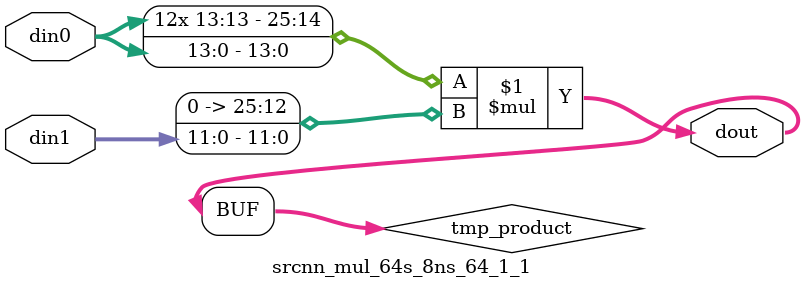
<source format=v>

`timescale 1 ns / 1 ps

  module srcnn_mul_64s_8ns_64_1_1(din0, din1, dout);
parameter ID = 1;
parameter NUM_STAGE = 0;
parameter din0_WIDTH = 14;
parameter din1_WIDTH = 12;
parameter dout_WIDTH = 26;

input [din0_WIDTH - 1 : 0] din0; 
input [din1_WIDTH - 1 : 0] din1; 
output [dout_WIDTH - 1 : 0] dout;

wire signed [dout_WIDTH - 1 : 0] tmp_product;












assign tmp_product = $signed(din0) * $signed({1'b0, din1});









assign dout = tmp_product;







endmodule

</source>
